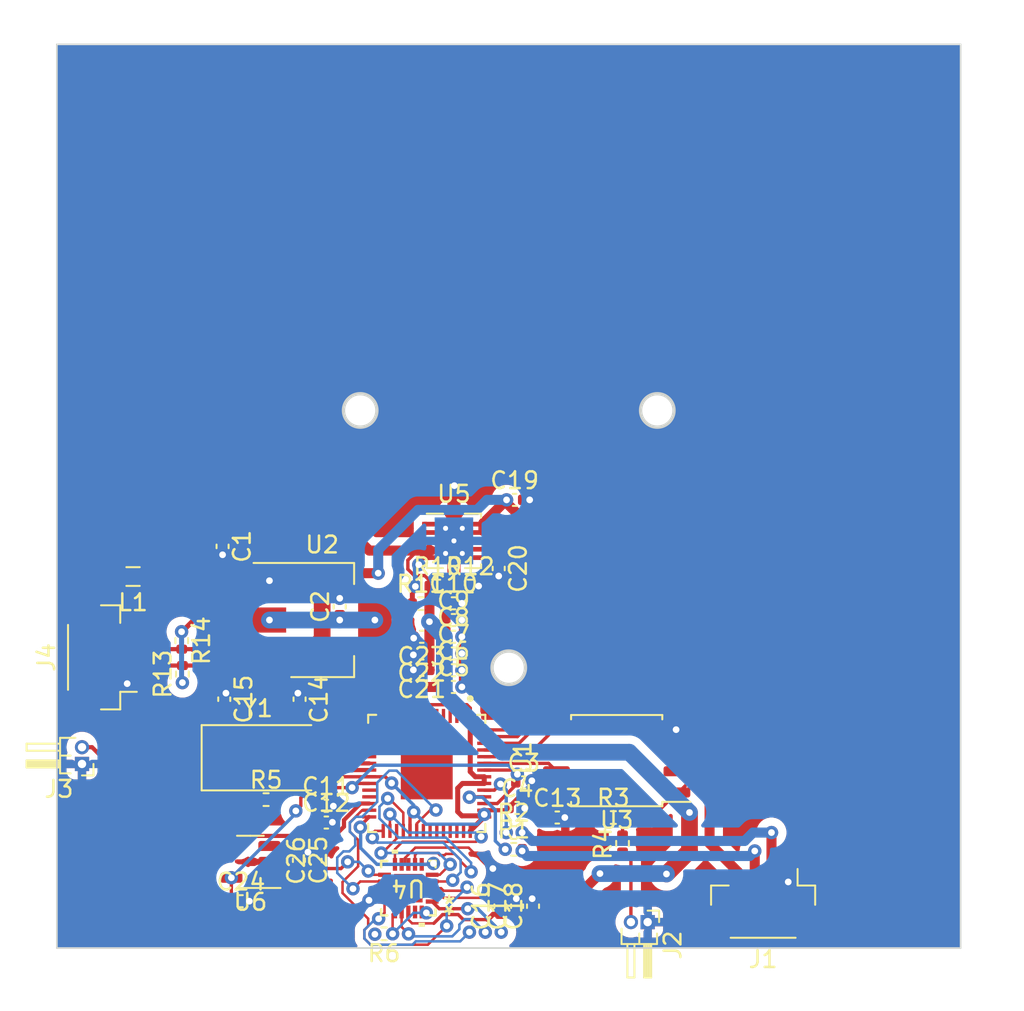
<source format=kicad_pcb>
(kicad_pcb (version 20221018) (generator pcbnew)
  (layers (0 "F.Cu" signal) (31 "B.Cu" signal) (34 "B.Paste" user) (35 "F.Paste" user) (36 "B.SilkS" user "B.Silkscreen") (37 "F.SilkS" user "F.Silkscreen") (38 "B.Mask" user) (39 "F.Mask" user) (44 "Edge.Cuts" user))
  (net 0 "")
  (net 1 "VBUS")
  (net 2 "GND")
  (net 3 "+3V3")
  (net 4 "+1V1")
  (net 5 "Net-(U1-XIN)")
  (net 6 "Net-(C15-Pad2)")
  (net 7 "+5V")
  (net 8 "Net-(U4-VCP)")
  (net 9 "D+")
  (net 10 "D-")
  (net 11 "Net-(J2-Pin_2)")
  (net 12 "Net-(J3-Pin_2)")
  (net 13 "I2C_SDA")
  (net 14 "Net-(U1-USB_DM)")
  (net 15 "Net-(U1-USB_DP)")
  (net 16 "/QSPI_SS")
  (net 17 "Net-(U1-XOUT)")
  (net 18 "Net-(U4-BRUV)")
  (net 19 "/QSPI_SD1")
  (net 20 "/QSPI_SD2")
  (net 21 "/QSPI_SD0")
  (net 22 "/QSPI_SCLK")
  (net 23 "/QSPI_SD3")
  (net 24 "Net-(U5-SS)")
  (net 25 "DRV_VIO")
  (net 26 "I2C_SCL")
  (net 27 "Net-(L1-Pad2)")
  (net 28 "Net-(U5-FB)")
  (net 29 "Net-(U5-PG)")
  (net 32 "DRV_STBY")
  (net 38 "/TMC_UH")
  (net 39 "/TMC_UL")
  (net 52 "/TMC_VH")
  (net 53 "/TMC_VL")
  (net 54 "/TMC_WH")
  (net 55 "/TMC_WL")
  (net 56 "/TMC_DIAG")
  (net 65 "BLDC_W")
  (net 67 "BLDC_U")
  (net 68 "BLDC_V")
  (footprint "Capacitor_SMD:C_0402_1005Metric" (layer "F.Cu") (at 78.7 74.4)
    (fp_text reference "C5")
    (fp_text value "100n")
  )
  (footprint "Connector_JST:JST_SH_BM04B-SRSS-TB_1x04-1MP_P1.00mm_Vertical" (layer "F.Cu") (at 97.2 87.375 180)
    (fp_text reference "J1")
    (fp_text value "JST-SH-4")
  )
  (footprint "Package_SON:Texas_S-PVSON-N10_ThermalVias" (layer "F.Cu") (at 78.725 65.67)
    (fp_text reference "U5")
    (fp_text value "TPS61230DRC")
  )
  (footprint "Capacitor_SMD:C_0402_1005Metric" (layer "F.Cu") (at 82.35 63.22)
    (fp_text reference "C19")
    (fp_text value "22uf")
  )
  (footprint "Inductor_SMD:L_0805_2012Metric" (layer "F.Cu") (at 59.55 67.8 180)
    (fp_text reference "L1")
    (fp_text value "1.0uH")
  )
  (footprint "Capacitor_SMD:C_0402_1005Metric" (layer "F.Cu") (at 83.45 87.5 90)
    (fp_text reference "C18")
    (fp_text value "22uf")
  )
  (footprint "Package_SO:SOIC-8_5.23x5.23mm_P1.27mm" (layer "F.Cu") (at 88.45 78.8 180)
    (fp_text reference "U3")
    (fp_text value "W25Q128JVS")
  )
  (footprint "Capacitor_SMD:C_0402_1005Metric" (layer "F.Cu") (at 78.7 70.4)
    (fp_text reference "C9")
    (fp_text value "100n")
  )
  (footprint "Connector_PinHeader_1.00mm:PinHeader_1x02_P1.00mm_Horizontal" (layer "F.Cu") (at 90.3 88.45 -90)
    (fp_text reference "J2")
    (fp_text value "USB_BOOT")
  )
  (footprint "Resistor_SMD:R_0402_1005Metric" (layer "F.Cu") (at 82.3 84.1)
    (fp_text reference "R1")
    (fp_text value "27.4")
  )
  (footprint "Resistor_SMD:R_0402_1005Metric" (layer "F.Cu") (at 67.5 81.13)
    (fp_text reference "R5")
    (fp_text value "1k")
  )
  (footprint "Capacitor_SMD:C_0402_1005Metric" (layer "F.Cu") (at 78.7 69.4)
    (fp_text reference "C10")
    (fp_text value "100n")
  )
  (footprint "Capacitor_SMD:C_0402_1005Metric" (layer "F.Cu") (at 82.9 80.1)
    (fp_text reference "C3")
    (fp_text value "1uf")
  )
  (footprint "Capacitor_SMD:C_0402_1005Metric" (layer "F.Cu") (at 84.9 82.2)
    (fp_text reference "C13")
    (fp_text value "C_Small")
  )
  (footprint "Capacitor_SMD:C_0402_1005Metric" (layer "F.Cu") (at 64.9 66 -90)
    (fp_text reference "C1")
    (fp_text value "10uf")
  )
  (footprint "Resistor_SMD:R_0402_1005Metric" (layer "F.Cu") (at 62.5 73.63 90)
    (fp_text reference "R13")
    (fp_text value "4.7k")
  )
  (footprint "footprints:QFN20_3x3_TRI" (layer "F.Cu") (at 76 86.4224 180)
    (fp_text reference "U4")
    (fp_text value "TMC6300")
  )
  (footprint "Package_TO_SOT_SMD:SOT-223-3_TabPin2" (layer "F.Cu") (at 70.85 70.4)
    (fp_text reference "U2")
    (fp_text value "NCP1117-3.3_SOT223")
  )
  (footprint "Capacitor_SMD:C_0402_1005Metric" (layer "F.Cu") (at 76.8 72.4 180)
    (fp_text reference "C22")
    (fp_text value "22uf")
  )
  (footprint "Resistor_SMD:R_0402_1005Metric" (layer "F.Cu") (at 77.75 68.37)
    (fp_text reference "R10")
    (fp_text value "402k")
  )
  (footprint "Resistor_SMD:R_0402_1005Metric" (layer "F.Cu") (at 62.46 71.63 -90)
    (fp_text reference "R14")
    (fp_text value "4.7k")
  )
  (footprint "Capacitor_SMD:C_0402_1005Metric" (layer "F.Cu") (at 76.8 73.38 180)
    (fp_text reference "C21")
    (fp_text value "22uf")
  )
  (footprint "Resistor_SMD:R_0402_1005Metric" (layer "F.Cu") (at 79.7 68.37)
    (fp_text reference "R12")
    (fp_text value "100k")
  )
  (footprint "Capacitor_SMD:C_0402_1005Metric" (layer "F.Cu") (at 71.9 69.6 90)
    (fp_text reference "C2")
    (fp_text value "10uf")
  )
  (footprint "Resistor_SMD:R_0402_1005Metric" (layer "F.Cu") (at 76.75 69.42)
    (fp_text reference "R11")
    (fp_text value "1M")
  )
  (footprint "Connector_JST:JST_SH_BM04B-SRSS-TB_1x04-1MP_P1.00mm_Vertical" (layer "F.Cu") (at 57.675 72.63 90)
    (fp_text reference "J4")
    (fp_text value "JST-SH-4")
  )
  (footprint "Capacitor_SMD:C_0402_1005Metric" (layer "F.Cu") (at 66 87.2)
    (fp_text reference "C24")
    (fp_text value "0.1uf")
  )
  (footprint "Capacitor_SMD:C_0402_1005Metric" (layer "F.Cu") (at 69.5 75.13 -90)
    (fp_text reference "C14")
    (fp_text value "27pf")
  )
  (footprint "Resistor_SMD:R_0402_1005Metric" (layer "F.Cu") (at 82.3 83.1)
    (fp_text reference "R2")
    (fp_text value "27.4")
  )
  (footprint "Capacitor_SMD:C_0402_1005Metric" (layer "F.Cu") (at 81.4 67.32 -90)
    (fp_text reference "C20")
    (fp_text value "10nf")
  )
  (footprint "Capacitor_SMD:C_0402_1005Metric" (layer "F.Cu") (at 78.7 71.4)
    (fp_text reference "C8")
    (fp_text value "100n")
  )
  (footprint "Resistor_SMD:R_0402_1005Metric" (layer "F.Cu") (at 88.8 83.75 90)
    (fp_text reference "R4")
    (fp_text value "1k")
  )
  (footprint "Capacitor_SMD:C_0402_1005Metric" (layer "F.Cu") (at 78.7 73.4)
    (fp_text reference "C6")
    (fp_text value "100n")
  )
  (footprint "Resistor_SMD:R_0402_1005Metric" (layer "F.Cu") (at 74.55 89.15 180)
    (fp_text reference "R6")
    (fp_text value "Rsense" hide)
  )
  (footprint "Capacitor_SMD:C_0402_1005Metric" (layer "F.Cu") (at 76.8 71.4 180)
    (fp_text reference "C23")
    (fp_text value "22uf")
  )
  (footprint "Capacitor_SMD:C_0402_1005Metric" (layer "F.Cu") (at 78.7 72.4)
    (fp_text reference "C7")
    (fp_text value "100n")
  )
  (footprint "Capacitor_SMD:C_0402_1005Metric" (layer "F.Cu") (at 65 75.13 -90)
    (fp_text reference "C15")
    (fp_text value "27pf")
  )
  (footprint "Crystal:Crystal_SMD_0603-2Pin_6.0x3.5mm" (layer "F.Cu") (at 67 78.63)
    (fp_text reference "Y1")
    (fp_text value "12MHz")
  )
  (footprint "Package_TO_SOT_SMD:SOT-23-5" (layer "F.Cu") (at 66.5625 84.85 180)
    (fp_text reference "U6")
    (fp_text value "TPS2041B")
  )
  (footprint "Connector_PinHeader_1.00mm:PinHeader_1x02_P1.00mm_Horizontal" (layer "F.Cu") (at 56.5 79 180)
    (fp_text reference "J3")
    (fp_text value "RST")
  )
  (footprint "Capacitor_SMD:C_0402_1005Metric" (layer "F.Cu") (at 82.5 87.5 90)
    (fp_text reference "C17")
    (fp_text value "0.1uf")
  )
  (footprint "RP2040D:QFN40P700X700X90-57N" (layer "F.Cu") (at 77.1 79.565 -90)
    (fp_text reference "U1")
    (fp_text value "RP2040")
  )
  (footprint "Capacitor_SMD:C_0402_1005Metric" (layer "F.Cu") (at 71.1 81.5)
    (fp_text reference "C11")
    (fp_text value "100n")
  )
  (footprint "Capacitor_SMD:C_0402_1005Metric" (layer "F.Cu") (at 82.5 81.63)
    (fp_text reference "C4")
    (fp_text value "1uf")
  )
  (footprint "Resistor_SMD:R_0402_1005Metric" (layer "F.Cu") (at 88.25 82.2)
    (fp_text reference "R3")
    (fp_text value "DNF")
  )
  (footprint "Capacitor_SMD:C_0402_1005Metric" (layer "F.Cu") (at 81.5 87.5 90)
    (fp_text reference "C16")
    (fp_text value "0.1uf")
  )
  (footprint "Capacitor_SMD:C_0402_1005Metric" (layer "F.Cu") (at 71.1 82.5)
    (fp_text reference "C12")
    (fp_text value "100n")
  )
  (footprint "Capacitor_SMD:C_0402_1005Metric" (layer "F.Cu") (at 69.4625 84.75 -90)
    (fp_text reference "C25")
    (fp_text value "0.1uf")
  )
  (footprint "Capacitor_SMD:C_0402_1005Metric" (layer "F.Cu") (at 70.4625 84.77 90)
    (fp_text reference "C26")
    (fp_text value "22uf")
  )
  (gr_line (start 109 36) (end 109 90) (stroke (width 0.1)) (layer "Edge.Cuts"))
  (gr_line (start 55 36) (end 109 36) (stroke (width 0.1)) (layer "Edge.Cuts"))
  (gr_circle (center 73.12324 57.875) (end 74.12324 57.875) (stroke (width 0.2)) (fill none) (layer "Edge.Cuts"))
  (gr_circle (center 82 73.25) (end 83 73.25) (stroke (width 0.2)) (fill none) (layer "Edge.Cuts"))
  (gr_circle (center 90.87676 57.875) (end 91.87676 57.875) (stroke (width 0.2)) (fill none) (layer "Edge.Cuts"))
  (gr_line (start 55 90) (end 55 36) (stroke (width 0.1)) (layer "Edge.Cuts"))
  (gr_line (start 109 90) (end 55 90) (stroke (width 0.1)) (layer "Edge.Cuts"))
  (segment (start 95.7 86.05) (end 95.7 85.45) (width 0.6) (layer "F.Cu") (net 1))
  (segment (start 92.888477 75.095) (end 84.995 75.095) (width 0.6) (layer "F.Cu") (net 1))
  (segment (start 81.87 63.404386) (end 81.87 63.22) (width 0.6) (layer "F.Cu") (net 1))
  (segment (start 80.485 64.67) (end 80.485 64.92) (width 0.3) (layer "F.Cu") (net 1))
  (segment (start 84.995 75.095) (end 84.3 74.4) (width 0.6) (layer "F.Cu") (net 1))
  (segment (start 72.85 67.6) (end 74.2 67.6) (width 0.6) (layer "F.Cu") (net 1))
  (segment (start 80.485 64.605) (end 80.485 65.08) (width 0.6) (layer "F.Cu") (net 1))
  (segment (start 94 76.206524) (end 92.888477 75.095) (width 0.6) (layer "F.Cu") (net 1))
  (segment (start 69.7 72.7) (end 70.85 71.55) (width 1) (layer "F.Cu") (net 1))
  (segment (start 81.87 63.22) (end 80.485 64.605) (width 0.6) (layer "F.Cu") (net 1))
  (segment (start 84.3 74.4) (end 84.3 65.834386) (width 0.6) (layer "F.Cu") (net 1))
  (segment (start 84.3 65.834386) (end 81.87 63.404386) (width 0.6) (layer "F.Cu") (net 1))
  (segment (start 95.7 85.45) (end 94 83.75) (width 0.6) (layer "F.Cu") (net 1))
  (segment (start 70.85 68.2) (end 68.1 65.45) (width 1) (layer "F.Cu") (net 1))
  (segment (start 59 71.13) (end 59 69.55) (width 0.3) (layer "F.Cu") (net 1))
  (segment (start 70.85 71.55) (end 70.85 68.2) (width 1) (layer "F.Cu") (net 1))
  (segment (start 72.25 68.2) (end 72.85 67.6) (width 0.6) (layer "F.Cu") (net 1))
  (segment (start 80.485 64.92) (end 80.485 65.17) (width 0.3) (layer "F.Cu") (net 1))
  (segment (start 59 69.55) (end 60.95 67.6) (width 0.3) (layer "F.Cu") (net 1))
  (segment (start 68.1 65.45) (end 63.1 65.45) (width 1) (layer "F.Cu") (net 1))
  (segment (start 67.7 72.7) (end 69.7 72.7) (width 1) (layer "F.Cu") (net 1))
  (segment (start 70.85 68.2) (end 72.25 68.2) (width 0.6) (layer "F.Cu") (net 1))
  (segment (start 94 83.75) (end 94 76.206524) (width 0.6) (layer "F.Cu") (net 1))
  (segment (start 63.1 65.45) (end 60.95 67.6) (width 1) (layer "F.Cu") (net 1))
  (via (at 81.87 63.22) (size 0.8) (drill 0.4) (layers "F.Cu" "B.Cu") (net 1))
  (via (at 74.2 67.6) (size 0.8) (drill 0.4) (layers "F.Cu" "B.Cu") (net 1))
  (segment (start 81.87 63.22) (end 80.702082 63.22) (width 0.6) (layer "B.Cu") (net 1))
  (segment (start 80.702082 63.22) (end 80.102082 63.82) (width 0.6) (layer "B.Cu") (net 1))
  (segment (start 74.2 66.2) (end 74.2 67.6) (width 0.6) (layer "B.Cu") (net 1))
  (segment (start 80.102082 63.82) (end 76.58 63.82) (width 0.6) (layer "B.Cu") (net 1))
  (segment (start 76.58 63.82) (end 74.2 66.2) (width 0.6) (layer "B.Cu") (net 1))
  (segment (start 80.85 85.25) (end 79.6 84) (width 0.15) (layer "F.Cu") (net 2))
  (segment (start 81.05 85.25) (end 80.85 85.25) (width 0.15) (layer "F.Cu") (net 2))
  (segment (start 69.5 74.65) (end 69.5 74.6695) (width 0.3) (layer "F.Cu") (net 2))
  (segment (start 79.6 84) (end 76.417737 84) (width 0.15) (layer "F.Cu") (net 2))
  (segment (start 80.21 68.37) (end 80.2 68.37) (width 0.2) (layer "F.Cu") (net 2))
  (segment (start 78.475 64.04) (end 78.975 64.04) (width 0.6) (layer "F.Cu") (net 2))
  (segment (start 85.38 82.25) (end 85.35 82.25) (width 0.2) (layer "F.Cu") (net 2))
  (segment (start 81.4 67.8) (end 81.4 67.77) (width 0.2) (layer "F.Cu") (net 2))
  (segment (start 67.7 68.1) (end 67.7 68.05) (width 1) (layer "F.Cu") (net 2))
  (segment (start 71.9 69.12) (end 71.9 69.1) (width 0.25) (layer "F.Cu") (net 2))
  (segment (start 92.05 76.895) (end 92.05 76.9) (width 0.2) (layer "F.Cu") (net 2))
  (segment (start 76.417737 84) (end 75.8 84.617737) (width 0.15) (layer "F.Cu") (net 2))
  (segment (start 73.647098 87.144729) (end 73.969428 86.822399) (width 0.15) (layer "F.Cu") (net 2))
  (segment (start 71.538534 81.5) (end 71.519267 81.519267) (width 0.2) (layer "F.Cu") (net 2))
  (segment (start 65 74.6695) (end 65.1 74.7695) (width 0.3) (layer "F.Cu") (net 2))
  (segment (start 65 74.65) (end 65 74.6695) (width 0.3) (layer "F.Cu") (net 2))
  (segment (start 59 74.13) (end 59.13 74.13) (width 0.15) (layer "F.Cu") (net 2))
  (segment (start 78.75 63.765) (end 78.475 64.04) (width 0.6) (layer "F.Cu") (net 2))
  (segment (start 92.05 76.9) (end 92 76.95) (width 0.2) (layer "F.Cu") (net 2))
  (segment (start 67.7 84.85) (end 68.8825 84.85) (width 0.3) (layer "F.Cu") (net 2))
  (segment (start 78.75 62.37) (end 78.75 63.765) (width 0.6) (layer "F.Cu") (net 2))
  (segment (start 73.969428 86.822399) (end 74.5776 86.822399) (width 0.15) (layer "F.Cu") (net 2))
  (segment (start 82.97 81.63) (end 82.95 81.65) (width 0.2) (layer "F.Cu") (net 2))
  (segment (start 69.5 74.6695) (end 69.4 74.7695) (width 0.3) (layer "F.Cu") (net 2))
  (segment (start 59.13 74.13) (end 59.2 74.2) (width 0.15) (layer "F.Cu") (net 2))
  (segment (start 83.43 87.02) (end 83.4 87.05) (width 0.15) (layer "F.Cu") (net 2))
  (segment (start 75.8 85) (end 76 85) (width 0.15) (layer "F.Cu") (net 2))
  (segment (start 82.5 87.02) (end 82.48 87.02) (width 0.15) (layer "F.Cu") (net 2))
  (segment (start 83.45 87.02) (end 83.43 87.02) (width 0.15) (layer "F.Cu") (net 2))
  (segment (start 75.8 84.617737) (end 75.8 85) (width 0.15) (layer "F.Cu") (net 2))
  (segment (start 70.4425 84.27) (end 70 84.27) (width 0.3) (layer "F.Cu") (net 2))
  (segment (start 71.58 82.5) (end 71.479584 82.5) (width 0.2) (layer "F.Cu") (net 2))
  (segment (start 64.9 66.48) (end 64.9 66.5) (width 0.25) (layer "F.Cu") (net 2))
  (segment (start 74.04 89.15) (end 74.0255 89.15) (width 0.15) (layer "F.Cu") (net 2))
  (segment (start 82.98 81.63) (end 82.97 81.63) (width 0.2) (layer "F.Cu") (net 2))
  (segment (start 71.479584 82.5) (end 71.462848 82.483264) (width 0.2) (layer "F.Cu") (net 2))
  (segment (start 69.4625 84.27) (end 70 84.27) (width 0.3) (layer "F.Cu") (net 2))
  (segment (start 74.0255 89.15) (end 74 89.1755) (width 0.15) (layer "F.Cu") (net 2))
  (segment (start 82.48 87.02) (end 82.45 87.05) (width 0.15) (layer "F.Cu") (net 2))
  (segment (start 68.8825 84.85) (end 69.4625 84.27) (width 0.3) (layer "F.Cu") (net 2))
  (segment (start 83.38 80.0055) (end 83.38 80.1) (width 0.2) (layer "F.Cu") (net 2))
  (segment (start 83.25 63.22) (end 82.95 63.22) (width 0.6) (layer "F.Cu") (net 2))
  (segment (start 71.58 81.5) (end 71.538534 81.5) (width 0.2) (layer "F.Cu") (net 2))
  (segment (start 66.48 87.2) (end 66.5 87.2) (width 0.2) (layer "F.Cu") (net 2))
  (segment (start 70.4625 84.29) (end 70.4425 84.27) (width 0.3) (layer "F.Cu") (net 2))
  (segment (start 75.600001 85) (end 75.8 85) (width 0.15) (layer "F.Cu") (net 2))
  (via (at 65.1 74.7695) (size 0.8) (drill 0.4) (layers "F.Cu" "B.Cu") (net 2))
  (via (at 98.7 86.05) (size 0.8) (drill 0.4) (layers "F.Cu" "B.Cu") (net 2))
  (via (at 71.462848 82.483264) (size 0.8) (drill 0.4) (layers "F.Cu" "B.Cu") (net 2))
  (via (at 64.9 66.5) (size 0.8) (drill 0.4) (layers "F.Cu" "B.Cu") (net 2))
  (via (at 79.2 71.4) (size 0.8) (drill 0.4) (layers "F.Cu" "B.Cu") (net 2))
  (via (at 76.3 72.48) (size 0.8) (drill 0.4) (layers "F.Cu" "B.Cu") (net 2))
  (via (at 71.9 69.1) (size 0.8) (drill 0.4) (layers "F.Cu" "B.Cu") (net 2))
  (via (at 82.95 81.65) (size 0.8) (drill 0.4) (layers "F.Cu" "B.Cu") (net 2))
  (via (at 70 84.27) (size 0.8) (drill 0.4) (layers "F.Cu" "B.Cu") (net 2))
  (via (at 79.2 69.4) (size 0.8) (drill 0.4) (layers "F.Cu" "B.Cu") (net 2))
  (via (at 79.2 72.4) (size 0.8) (drill 0.4) (layers "F.Cu" "B.Cu") (net 2))
  (via (at 79.2 73.4) (size 0.8) (drill 0.4) (layers "F.Cu" "B.Cu") (net 2))
  (via (at 73.647098 87.144729) (size 0.8) (drill 0.4) (layers "F.Cu" "B.Cu") (net 2))
  (via (at 85.35 82.2) (size 0.8) (drill 0.4) (layers "F.Cu" "B.Cu") (net 2))
  (via (at 79.2 74.4) (size 0.8) (drill 0.4) (layers "F.Cu" "B.Cu") (net 2))
  (via (at 76.32 71.48) (size 0.8) (drill 0.4) (layers "F.Cu" "B.Cu") (net 2))
  (via (at 78.75 62.37) (size 0.8) (drill 0.4) (layers "F.Cu" "B.Cu") (net 2))
  (via (at 83.38 80.0055) (size 0.8) (drill 0.4) (layers "F.Cu" "B.Cu") (net 2))
  (via (at 74 89.1755) (size 0.8) (drill 0.4) (layers "F.Cu" "B.Cu") (net 2))
  (via (at 79.2 70.4) (size 0.8) (drill 0.4) (layers "F.Cu" "B.Cu") (net 2))
  (via (at 71.519267 81.519267) (size 0.8) (drill 0.4) (layers "F.Cu" "B.Cu") (net 2))
  (via (at 82.45 87.05) (size 0.8) (drill 0.4) (layers "F.Cu" "B.Cu") (net 2))
  (via (at 83.25 63.22) (size 0.8) (drill 0.4) (layers "F.Cu" "B.Cu") (net 2))
  (via (at 67.7 68.05) (size 0.8) (drill 0.4) (layers "F.Cu" "B.Cu") (net 2))
  (via (at 59.2 74.2) (size 0.8) (drill 0.4) (layers "F.Cu" "B.Cu") (net 2))
  (via (at 92 76.95) (size 0.8) (drill 0.4) (layers "F.Cu" "B.Cu") (net 2))
  (via (at 81.4 67.77) (size 0.8) (drill 0.4) (layers "F.Cu" "B.Cu") (net 2))
  (via (at 81.05 85.25) (size 0.8) (drill 0.4) (layers "F.Cu" "B.Cu") (net 2))
  (via (at 66.5 87.2) (size 0.8) (drill 0.4) (layers "F.Cu" "B.Cu") (net 2))
  (via (at 76.3 73.38) (size 0.8) (drill 0.4) (layers "F.Cu" "B.Cu") (net 2))
  (via (at 83.4 87.05) (size 0.8) (drill 0.4) (layers "F.Cu" "B.Cu") (net 2))
  (via (at 69.4 74.7695) (size 0.8) (drill 0.4) (layers "F.Cu" "B.Cu") (net 2))
  (via (at 80.2 68.37) (size 0.8) (drill 0.4) (layers "F.Cu" "B.Cu") (net 2))
  (segment (start 80.002452 79.765) (end 80.535 79.765) (width 0.3) (layer "F.Cu") (net 3))
  (segment (start 86.245 80.705) (end 87.74 82.2) (width 0.2) (layer "F.Cu") (net 3))
  (segment (start 81.885 81.765) (end 80.535 81.765) (width 0.25) (layer "F.Cu") (net 3))
  (segment (start 67.7 70.4) (end 63.18 70.4) (width 0.3) (layer "F.Cu") (net 3))
  (segment (start 80.2 82.1) (end 80.535 81.765) (width 0.3) (layer "F.Cu") (net 3))
  (segment (start 82.02 81.59005) (end 82.90505 80.705) (width 0.3) (layer "F.Cu") (net 3))
  (segment (start 63.18 70.4) (end 62.46 71.12) (width 0.3) (layer "F.Cu") (net 3))
  (segment (start 69.925 80.675) (end 70.43533 80.675) (width 0.2) (layer "F.Cu") (net 3))
  (segment (start 76.1 76.13) (end 76.1 75.659961) (width 0.2) (layer "F.Cu") (net 3))
  (segment (start 79.2 82.1) (end 80.2 82.1) (width 0.3) (layer "F.Cu") (net 3))
  (segment (start 76.299961 75.46) (end 79.500039 75.46) (width 0.2) (layer "F.Cu") (net 3))
  (segment (start 71.9 70.08) (end 71.9 70.4) (width 0.25) (layer "F.Cu") (net 3))
  (segment (start 65.425 85.8) (end 65.425 87.105) (width 0.2) (layer "F.Cu") (net 3))
  (segment (start 78.22 69.4) (end 78.22 75.2) (width 0.6) (layer "F.Cu") (net 3))
  (segment (start 80.535 82.165) (end 80.535 81.765) (width 0.3) (layer "F.Cu") (net 3))
  (segment (start 79.7 75.659961) (end 79.7 76.13) (width 0.2) (layer "F.Cu") (net 3))
  (segment (start 82.02 81.63) (end 82.02 81.59005) (width 0.3) (layer "F.Cu") (net 3))
  (segment (start 65.425 87.105) (end 65.52 87.2) (width 0.2) (layer "F.Cu") (net 3))
  (segment (start 79.7 79.462548) (end 80.002452 79.765) (width 0.3) (layer "F.Cu") (net 3))
  (segment (start 79.7 76.13) (end 79.7 79.462548) (width 0.3) (layer "F.Cu") (net 3))
  (segment (start 84.42 82.25) (end 84.42 81.475) (width 0.2) (layer "F.Cu") (net 3))
  (segment (start 62.46 71.12) (end 62.46 71.11) (width 0.3) (layer "F.Cu") (net 3))
  (segment (start 82.90505 80.705) (end 83.65 80.705) (width 0.3) (layer "F.Cu") (net 3))
  (segment (start 74.625118 79.765) (end 73.665 79.765) (width 0.2) (layer "F.Cu") (net 3))
  (segment (start 75.5 74.4) (end 74 72.9) (width 0.6) (layer "F.Cu") (net 3))
  (segment (start 70.875 79.925) (end 71.035 79.765) (width 0.2) (layer "F.Cu") (net 3))
  (segment (start 83.65 80.705) (end 84.85 80.705) (width 0.3) (layer "F.Cu") (net 3))
  (segment (start 69.576181 81.505) (end 69.576181 81.023819) (width 0.2) (layer "F.Cu") (net 3))
  (segment (start 78.95 80.45) (end 78.95 81.85) (width 0.3) (layer "F.Cu") (net 3))
  (segment (start 70.43533 80.675) (end 70.875 80.23533) (width 0.2) (layer "F.Cu") (net 3))
  (segment (start 78.22 74.4) (end 75.5 74.4) (width 0.6) (layer "F.Cu") (net 3))
  (segment (start 78.95 81.85) (end 79.2 82.1) (width 0.3) (layer "F.Cu") (net 3))
  (segment (start 74 72.9) (end 74 70.4) (width 0.6) (layer "F.Cu") (net 3))
  (segment (start 80.535 80.165) (end 79.235 80.165) (width 0.3) (layer "F.Cu") (net 3))
  (segment (start 69.576181 81.023819) (end 69.925 80.675) (width 0.2) (layer "F.Cu") (net 3))
  (segment (start 84.42 81.475) (end 83.65 80.705) (width 0.2) (layer "F.Cu") (net 3))
  (segment (start 71.035 79.765) (end 73.665 79.765) (width 0.2) (layer "F.Cu") (net 3))
  (segment (start 69.276681 81.8045) (end 69.576181 81.505) (width 0.2) (layer "F.Cu") (net 3))
  (segment (start 75.000498 80.14038) (end 74.625118 79.765) (width 0.2) (layer "F.Cu") (net 3))
  (segment (start 79.500039 75.46) (end 79.7 75.659961) (width 0.2) (layer "F.Cu") (net 3))
  (segment (start 76.1 83) (end 76.1 82.08261) (width 0.2) (layer "F.Cu") (net 3))
  (segment (start 80.535 80.165) (end 80.535 79.765) (width 0.3) (layer "F.Cu") (net 3))
  (segment (start 84.85 80.705) (end 86.245 80.705) (width 0.2) (layer "F.Cu") (net 3))
  (segment (start 79.7 83) (end 80.535 82.165) (width 0.3) (layer "F.Cu") (net 3))
  (segment (start 70.875 80.23533) (end 70.875 79.925) (width 0.2) (layer "F.Cu") (net 3))
  (segment (start 76.1 75.659961) (end 76.299961 75.46) (width 0.2) (layer "F.Cu") (net 3))
  (segment (start 62.46 71.11) (end 62.45 71.1) (width 0.3) (layer "F.Cu") (net 3))
  (segment (start 82.02 81.63) (end 81.885 81.765) (width 0.25) (layer "F.Cu") (net 3))
  (segment (start 76.1 82.08261) (end 76.322027 81.860583) (width 0.2) (layer "F.Cu") (net 3))
  (segment (start 79.235 80.165) (end 78.95 80.45) (width 0.3) (layer "F.Cu") (net 3))
  (via (at 71.9 70.4) (size 0.8) (drill 0.4) (layers "F.Cu" "B.Cu") (net 3))
  (via (at 74 70.4) (size 0.8) (drill 0.4) (layers "F.Cu" "B.Cu") (net 3))
  (via (at 69.276681 81.8045) (size 0.8) (drill 0.4) (layers "F.Cu" "B.Cu") (net 3))
  (via (at 62.45 71.1) (size 0.8) (drill 0.4) (layers "F.Cu" "B.Cu") (net 3))
  (via (at 62.5 74.14) (size 0.8) (drill 0.4) (layers "F.Cu" "B.Cu") (net 3))
  (via (at 65.425 85.8) (size 0.8) (drill 0.4) (layers "F.Cu" "B.Cu") (net 3))
  (via (at 67.7 70.4) (size 0.8) (drill 0.4) (layers "F.Cu" "B.Cu") (net 3))
  (via (at 75.000498 80.14038) (size 0.8) (drill 0.4) (layers "F.Cu" "B.Cu") (net 3))
  (via (at 80.535 82.0145) (size 0.8) (drill 0.4) (layers "F.Cu" "B.Cu") (net 3))
  (via (at 76.322027 81.860583) (size 0.8) (drill 0.4) (layers "F.Cu" "B.Cu") (net 3))
  (segment (start 69.276681 81.948319) (end 65.425 85.8) (width 0.2) (layer "B.Cu") (net 3))
  (segment (start 62.45 74.09) (end 62.5 74.14) (width 0.3) (layer "B.Cu") (net 3))
  (segment (start 67.7 70.4) (end 71.9 70.4) (width 1) (layer "B.Cu") (net 3))
  (segment (start 62.45 71.1) (end 62.45 74.09) (width 0.3) (layer "B.Cu") (net 3))
  (segment (start 80.535 82.165) (end 80.535 82.0145) (width 0.2) (layer "B.Cu") (net 3))
  (segment (start 71.9 70.4) (end 74 70.4) (width 1) (layer "B.Cu") (net 3))
  (segment (start 77.061444 82.6) (end 80.1 82.6) (width 0.2) (layer "B.Cu") (net 3))
  (segment (start 80.1 82.6) (end 80.535 82.165) (width 0.2) (layer "B.Cu") (net 3))
  (segment (start 76.322027 81.860583) (end 76.322027 81.461909) (width 0.2) (layer "B.Cu") (net 3))
  (segment (start 69.276681 81.8045) (end 69.276681 81.948319) (width 0.2) (layer "B.Cu") (net 3))
  (segment (start 76.322027 81.860583) (end 77.061444 82.6) (width 0.2) (layer "B.Cu") (net 3))
  (segment (start 76.322027 81.461909) (end 75.000498 80.14038) (width 0.2) (layer "B.Cu") (net 3))
  (segment (start 70.62 81.5) (end 70.62 82.5) (width 0.2) (layer "F.Cu") (net 4))
  (segment (start 72.640573 80.4145) (end 71.7055 80.4145) (width 0.2) (layer "F.Cu") (net 4))
  (segment (start 80.535 81.365) (end 81.315 81.365) (width 0.2) (layer "F.Cu") (net 4))
  (segment (start 72.890073 80.165) (end 73.665 80.165) (width 0.2) (layer "F.Cu") (net 4))
  (segment (start 81.315 81.365) (end 82.42 80.26) (width 0.2) (layer "F.Cu") (net 4))
  (segment (start 72.640573 80.4145) (end 72.890073 80.165) (width 0.2) (layer "F.Cu") (net 4))
  (segment (start 82.515226 79.6145) (end 82.265726 79.365) (width 0.2) (layer "F.Cu") (net 4))
  (segment (start 71.7055 80.4145) (end 70.62 81.5) (width 0.2) (layer "F.Cu") (net 4))
  (segment (start 82.265726 79.365) (end 80.535 79.365) (width 0.2) (layer "F.Cu") (net 4))
  (segment (start 82.42 80.26) (end 82.42 80.1) (width 0.2) (layer "F.Cu") (net 4))
  (via (at 72.640573 80.4145) (size 0.8) (drill 0.4) (layers "F.Cu" "B.Cu") (net 4))
  (via (at 82.515226 79.6145) (size 0.8) (drill 0.4) (layers "F.Cu" "B.Cu") (net 4))
  (segment (start 81.975726 79.075) (end 73.980073 79.075) (width 0.2) (layer "B.Cu") (net 4))
  (segment (start 82.515226 79.6145) (end 81.975726 79.075) (width 0.2) (layer "B.Cu") (net 4))
  (segment (start 73.980073 79.075) (end 72.640573 80.4145) (width 0.2) (layer "B.Cu") (net 4))
  (segment (start 69.5 75.61) (end 69.2 75.91) (width 0.25) (layer "F.Cu") (net 5))
  (segment (start 69.2 75.91) (end 69.2 78.63) (width 0.25) (layer "F.Cu") (net 5))
  (segment (start 69.2 78.63) (end 69.535 78.965) (width 0.25) (layer "F.Cu") (net 5))
  (segment (start 69.535 78.965) (end 73.665 78.965) (width 0.25) (layer "F.Cu") (net 5))
  (segment (start 64.8 78.63) (end 64.8 78.94) (width 0.25) (layer "F.Cu") (net 6))
  (segment (start 64.8 78.94) (end 66.99 81.13) (width 0.25) (layer "F.Cu") (net 6))
  (segment (start 64.8 78.63) (end 64.8 79.44) (width 0.25) (layer "F.Cu") (net 6))
  (segment (start 64.8 75.81) (end 64.8 78.63) (width 0.25) (layer "F.Cu") (net 6))
  (segment (start 65 75.61) (end 64.8 75.81) (width 0.25) (layer "F.Cu") (net 6))
  (segment (start 76 87.8448) (end 76 88.3) (width 0.15) (layer "F.Cu") (net 7))
  (segment (start 87.45 85.55) (end 85.02 87.98) (width 0.6) (layer "F.Cu") (net 7))
  (segment (start 77.24 68.37) (end 77.24 69.4) (width 0.3) (layer "F.Cu") (net 7))
  (segment (start 79.280761 88.3) (end 80.75 88.3) (width 0.2) (layer "F.Cu") (net 7))
  (segment (start 77.523903 88.523903) (end 78.047806 88) (width 0.2) (layer "F.Cu") (net 7))
  (segment (start 76.223903 88.523903) (end 77.523903 88.523903) (width 0.15) (layer "F.Cu") (net 7))
  (segment (start 81.07 87.98) (end 80.75 88.3) (width 0.3) (layer "F.Cu") (net 7))
  (segment (start 77.26 69.42) (end 77.2705 69.4095) (width 0.6) (layer "F.Cu") (net 7))
  (segment (start 81.5 87.98) (end 81.07 87.98) (width 0.3) (layer "F.Cu") (net 7))
  (segment (start 76 88.3) (end 76.223903 88.523903) (width 0.15) (layer "F.Cu") (net 7))
  (segment (start 76.352527 67.741766) (end 76.971766 67.741766) (width 0.2) (layer "F.Cu") (net 7))
  (segment (start 76.971766 67.741766) (end 77.24 68.01) (width 0.2) (layer "F.Cu") (net 7))
  (segment (start 78.047806 88) (end 78.980761 88) (width 0.2) (layer "F.Cu") (net 7))
  (segment (start 76.625 66.17) (end 75.971766 66.823234) (width 0.2) (layer "F.Cu") (net 7))
  (segment (start 77.26 73.36) (end 77.28 73.38) (width 0.6) (layer "F.Cu") (net 7))
  (segment (start 82.5 87.98) (end 81.5 87.98) (width 0.3) (layer "F.Cu") (net 7))
  (segment (start 81.42 87.9) (end 81.5 87.98) (width 0.15) (layer "F.Cu") (net 7))
  (segment (start 77.25 66.17) (end 76.625 66.17) (width 0.2) (layer "F.Cu") (net 7))
  (segment (start 83.45 87.98) (end 82.5 87.98) (width 0.3) (layer "F.Cu") (net 7))
  (segment (start 77.24 69.4) (end 77.26 69.42) (width 0.3) (layer "F.Cu") (net 7))
  (segment (start 78.980761 88) (end 79.280761 88.3) (width 0.2) (layer "F.Cu") (net 7))
  (segment (start 77.25 66.17) (end 77.25 65.68) (width 0.3) (layer "F.Cu") (net 7))
  (segment (start 75.971766 66.823234) (end 75.971766 67.361005) (width 0.2) (layer "F.Cu") (net 7))
  (segment (start 77.24 68.01) (end 77.24 68.37) (width 0.2) (layer "F.Cu") (net 7))
  (segment (start 85.02 87.98) (end 83.45 87.98) (width 0.6) (layer "F.Cu") (net 7))
  (segment (start 77.26 69.42) (end 77.26 73.36) (width 0.6) (layer "F.Cu") (net 7))
  (segment (start 91.425 85.575) (end 92.8 84.2) (width 1) (layer "F.Cu") (net 7))
  (segment (start 92.8 84.2) (end 92.8 81.9) (width 1) (layer "F.Cu") (net 7))
  (segment (start 77.2705 69.4095) (end 77.2705 68.37) (width 0.6) (layer "F.Cu") (net 7))
  (segment (start 75.971766 67.361005) (end 76.352527 67.741766) (width 0.2) (layer "F.Cu") (net 7))
  (via (at 77.26 70.5) (size 0.8) (drill 0.4) (layers "F.Cu" "B.Cu") (net 7))
  (via (at 92.8 81.9) (size 0.8) (drill 0.4) (layers "F.Cu" "B.Cu") (net 7))
  (via (at 91.425 85.575) (size 0.8) (drill 0.4) (layers "F.Cu" "B.Cu") (net 7))
  (via (at 87.45 85.55) (size 0.8) (drill 0.4) (layers "F.Cu" "B.Cu") (net 7))
  (segment (start 78.15 74.834925) (end 81.615075 78.3) (width 1) (layer "B.Cu") (net 7))
  (segment (start 77.26 70.5) (end 78.15 71.39) (width 1) (layer "B.Cu") (net 7))
  (segment (start 91.4 85.55) (end 91.425 85.575) (width 1) (layer "B.Cu") (net 7))
  (segment (start 81.615075 78.3) (end 89.2 78.3) (width 1) (layer "B.Cu") (net 7))
  (segment (start 87.45 85.55) (end 91.4 85.55) (width 1) (layer "B.Cu") (net 7))
  (segment (start 78.15 71.39) (end 78.15 74.834925) (width 1) (layer "B.Cu") (net 7))
  (segment (start 89.2 78.3) (end 92.8 81.9) (width 1) (layer "B.Cu") (net 7))
  (segment (start 78.106736 87) (end 81.48 87) (width 0.15) (layer "F.Cu") (net 8))
  (segment (start 81.48 87) (end 81.5 87.02) (width 0.15) (layer "F.Cu") (net 8))
  (segment (start 77.4224 86.822399) (end 77.929135 86.822399) (width 0.15) (layer "F.Cu") (net 8))
  (segment (start 77.929135 86.822399) (end 78.106736 87) (width 0.15) (layer "F.Cu") (net 8))
  (segment (start 82.81 83.1) (end 82.8 83.1) (width 0.6) (layer "F.Cu") (net 9))
  (segment (start 97.7 83.1) (end 97.7 85.95) (width 0.6) (layer "F.Cu") (net 9))
  (via (at 82.8 83.1) (size 0.8) (drill 0.4) (layers "F.Cu" "B.Cu") (net 9))
  (via (at 97.7 83.1) (size 0.8) (drill 0.4) (layers "F.Cu" "B.Cu") (net 9))
  (segment (start 82.8 83.1) (end 82.902082 83.1) (width 0.6) (layer "B.Cu") (net 9))
  (segment (start 96.097918 83.6) (end 96.597918 83.1) (width 0.6) (layer "B.Cu") (net 9))
  (segment (start 82.902082 83.1) (end 83.402082 83.6) (width 0.6) (layer "B.Cu") (net 9))
  (segment (start 83.402082 83.6) (end 96.097918 83.6) (width 0.6) (layer "B.Cu") (net 9))
  (segment (start 96.597918 83.1) (end 97.8 83.1) (width 0.6) (layer "B.Cu") (net 9))
  (segment (start 96.7 84.2) (end 96.7 86.05) (width 0.6) (layer "F.Cu") (net 10))
  (segment (start 82.81 84.19) (end 82.8 84.2) (width 0.6) (layer "F.Cu") (net 10))
  (segment (start 82.81 84.1) (end 82.81 84.19) (width 0.6) (layer "F.Cu") (net 10))
  (via (at 96.7 84.2) (size 0.8) (drill 0.4) (layers "F.Cu" "B.Cu") (net 10))
  (via (at 82.8 84.2) (size 0.8) (drill 0.4) (layers "F.Cu" "B.Cu") (net 10))
  (segment (start 83.1 84.5) (end 96.4 84.5) (width 0.6) (layer "B.Cu") (net 10))
  (segment (start 82.8 84.2) (end 83.1 84.5) (width 0.6) (layer "B.Cu") (net 10))
  (segment (start 96.4 84.5) (end 96.7 84.2) (width 0.6) (layer "B.Cu") (net 10))
  (segment (start 88.8 84.26) (end 89.3 84.76) (width 0.2) (layer "F.Cu") (net 11))
  (segment (start 89.3 84.76) (end 89.3 88.45) (width 0.2) (layer "F.Cu") (net 11))
  (segment (start 71.6 83.3) (end 62.40104 83.3) (width 0.25) (layer "F.Cu") (net 12))
  (segment (start 57.10104 78) (end 56.5 78) (width 0.25) (layer "F.Cu") (net 12))
  (segment (start 73.665 81.365) (end 73.143544 81.365) (width 0.25) (layer "F.Cu") (net 12))
  (segment (start 72.154084 82.745916) (end 71.6 83.3) (width 0.25) (layer "F.Cu") (net 12))
  (segment (start 73.143544 81.365) (end 72.154084 82.35446) (width 0.25) (layer "F.Cu") (net 12))
  (segment (start 72.154084 82.35446) (end 72.154084 82.745916) (width 0.25) (layer "F.Cu") (net 12))
  (segment (start 62.40104 83.3) (end 57.10104 78) (width 0.25) (layer "F.Cu") (net 12))
  (segment (start 63.075686 72.14) (end 62.46 72.14) (width 0.25) (layer "F.Cu") (net 13))
  (segment (start 72.300686 77.365) (end 70.9 75.964314) (width 0.25) (layer "F.Cu") (net 13))
  (segment (start 62.46 72.14) (end 59.01 72.14) (width 0.25) (layer "F.Cu") (net 13))
  (segment (start 70.007584 73.695) (end 64.630686 73.695) (width 0.25) (layer "F.Cu") (net 13))
  (segment (start 73.665 77.365) (end 72.300686 77.365) (width 0.25) (layer "F.Cu") (net 13))
  (segment (start 59.01 72.14) (end 59 72.13) (width 0.25) (layer "F.Cu") (net 13))
  (segment (start 70.9 74.587415) (end 70.007584 73.695) (width 0.25) (layer "F.Cu") (net 13))
  (segment (start 64.630686 73.695) (end 63.075686 72.14) (width 0.25) (layer "F.Cu") (net 13))
  (segment (start 70.9 75.964314) (end 70.9 74.587415) (width 0.25) (layer "F.Cu") (net 13))
  (segment (start 79.672103 80.965) (end 79.649032 80.988071) (width 0.2) (layer "F.Cu") (net 14))
  (segment (start 80.535 80.965) (end 79.672103 80.965) (width 0.2) (layer "F.Cu") (net 14))
  (via (at 79.649032 80.988071) (size 0.8) (drill 0.4) (layers "F.Cu" "B.Cu") (net 14))
  (via (at 81.79 84.1) (size 0.8) (drill 0.4) (layers "F.Cu" "B.Cu") (net 14))
  (segment (start 80.42781 80.988071) (end 81.2 81.760261) (width 0.2) (layer "B.Cu") (net 14))
  (segment (start 79.649032 80.988071) (end 80.42781 80.988071) (width 0.2) (layer "B.Cu") (net 14))
  (segment (start 81.7 84.1) (end 81.79 84.1) (width 0.2) (layer "B.Cu") (net 14))
  (segment (start 81.2 81.760261) (end 81.2 83.6) (width 0.2) (layer "B.Cu") (net 14))
  (segment (start 81.2 83.6) (end 81.7 84.1) (width 0.2) (layer "B.Cu") (net 14))
  (segment (start 80.535 80.565) (end 81.1395 80.565) (width 0.2) (layer "F.Cu") (net 15))
  (segment (start 81.79 83.1) (end 81.8 83.1) (width 0.2) (layer "F.Cu") (net 15))
  (segment (start 81.1395 80.565) (end 81.5045 80.2) (width 0.2) (layer "F.Cu") (net 15))
  (segment (start 81.8495 83.1) (end 81.79 83.1) (width 0.2) (layer "F.Cu") (net 15))
  (via (at 81.8495 83.1) (size 0.8) (drill 0.4) (layers "F.Cu" "B.Cu") (net 15))
  (via (at 81.5045 80.2) (size 0.8) (drill 0.4) (layers "F.Cu" "B.Cu") (net 15))
  (segment (start 81.5045 80.2) (end 81.8495 80.545) (width 0.2) (layer "B.Cu") (net 15))
  (segment (start 81.8495 80.545) (end 81.8495 83.1) (width 0.2) (layer "B.Cu") (net 15))
  (segment (start 92.145685 80.705) (end 92.05 80.705) (width 0.2) (layer "F.Cu") (net 16))
  (segment (start 90.555 82.2) (end 92.05 80.705) (width 0.2) (layer "F.Cu") (net 16))
  (segment (start 88.76 82.2) (end 90.555 82.2) (width 0.2) (layer "F.Cu") (net 16))
  (segment (start 92.660659 75.645) (end 93.45 76.434341) (width 0.2) (layer "F.Cu") (net 16))
  (segment (start 88.8 82.24) (end 88.76 82.2) (width 0.2) (layer "F.Cu") (net 16))
  (segment (start 80.535 76.965) (end 82.424367 76.965) (width 0.2) (layer "F.Cu") (net 16))
  (segment (start 82.424367 76.965) (end 83.744365 75.645) (width 0.2) (layer "F.Cu") (net 16))
  (segment (start 93.45 76.434341) (end 93.45 79.400685) (width 0.2) (layer "F.Cu") (net 16))
  (segment (start 93.45 79.400685) (end 92.145685 80.705) (width 0.2) (layer "F.Cu") (net 16))
  (segment (start 88.8 83.24) (end 88.8 82.24) (width 0.2) (layer "F.Cu") (net 16))
  (segment (start 83.744365 75.645) (end 92.660659 75.645) (width 0.2) (layer "F.Cu") (net 16))
  (segment (start 70.5 80.08) (end 70.5 79.63) (width 0.25) (layer "F.Cu") (net 17))
  (segment (start 68.17 81.13) (end 69 80.3) (width 0.25) (layer "F.Cu") (net 17))
  (segment (start 70.5 79.63) (end 70.765 79.365) (width 0.25) (layer "F.Cu") (net 17))
  (segment (start 70.765 79.365) (end 73.665 79.365) (width 0.25) (layer "F.Cu") (net 17))
  (segment (start 69 80.3) (end 70.28 80.3) (width 0.25) (layer "F.Cu") (net 17))
  (segment (start 68.01 81.13) (end 68.17 81.13) (width 0.25) (layer "F.Cu") (net 17))
  (segment (start 70.28 80.3) (end 70.5 80.08) (width 0.25) (layer "F.Cu") (net 17))
  (segment (start 76.854104 87.898903) (end 76.800001 87.8448) (width 0.15) (layer "F.Cu") (net 18))
  (segment (start 75.06 89.15) (end 75.06 87.984799) (width 0.15) (layer "F.Cu") (net 18))
  (segment (start 77.076501 87.898903) (end 76.854104 87.898903) (width 0.15) (layer "F.Cu") (net 18))
  (segment (start 75.06 87.984799) (end 75.199999 87.8448) (width 0.15) (layer "F.Cu") (net 18))
  (via (at 75.06 89.15) (size 0.8) (drill 0.4) (layers "F.Cu" "B.Cu") (net 18))
  (via (at 77.076501 87.898903) (size 0.8) (drill 0.4) (layers "F.Cu" "B.Cu") (net 18))
  (segment (start 77.076501 87.898903) (end 76.311097 87.898903) (width 0.15) (layer "B.Cu") (net 18))
  (segment (start 76.311097 87.898903) (end 75.06 89.15) (width 0.15) (layer "B.Cu") (net 18))
  (segment (start 93.1 78.480685) (end 92.145685 79.435) (width 0.2) (layer "F.Cu") (net 19))
  (segment (start 82.519341 77.365) (end 83.88934 75.995) (width 0.2) (layer "F.Cu") (net 19))
  (segment (start 80.535 77.365) (end 82.519341 77.365) (width 0.2) (layer "F.Cu") (net 19))
  (segment (start 92.145685 79.435) (end 92.05 79.435) (width 0.2) (layer "F.Cu") (net 19))
  (segment (start 92.515685 75.995) (end 93.1 76.579315) (width 0.2) (layer "F.Cu") (net 19))
  (segment (start 83.88934 75.995) (end 92.515685 75.995) (width 0.2) (layer "F.Cu") (net 19))
  (segment (start 93.1 76.579315) (end 93.1 78.480685) (width 0.2) (layer "F.Cu") (net 19))
  (segment (start 91.954315 78.165) (end 92.05 78.165) (width 0.2) (layer "F.Cu") (net 20))
  (segment (start 90.134315 76.345) (end 91.954315 78.165) (width 0.2) (layer "F.Cu") (net 20))
  (segment (start 82.614315 77.765) (end 84.034315 76.345) (width 0.2) (layer "F.Cu") (net 20))
  (segment (start 84.034315 76.345) (end 90.134315 76.345) (width 0.2) (layer "F.Cu") (net 20))
  (segment (start 80.535 77.765) (end 82.614315 77.765) (width 0.2) (layer "F.Cu") (net 20))
  (segment (start 83.484315 78.165) (end 84.754315 76.895) (width 0.2) (layer "F.Cu") (net 21))
  (segment (start 80.535 78.165) (end 83.484315 78.165) (width 0.2) (layer "F.Cu") (net 21))
  (segment (start 84.754315 76.895) (end 84.85 76.895) (width 0.2) (layer "F.Cu") (net 21))
  (segment (start 84.45 78.565) (end 84.85 78.165) (width 0.2) (layer "F.Cu") (net 22))
  (segment (start 80.535 78.565) (end 84.45 78.565) (width 0.2) (layer "F.Cu") (net 22))
  (segment (start 84.38 78.965) (end 84.85 79.435) (width 0.2) (layer "F.Cu") (net 23))
  (segment (start 80.535 78.965) (end 84.38 78.965) (width 0.2) (layer "F.Cu") (net 23))
  (segment (start 80.2 66.67) (end 81.23 66.67) (width 0.2) (layer "F.Cu") (net 24))
  (segment (start 81.23 66.67) (end 81.4 66.84) (width 0.2) (layer "F.Cu") (net 24))
  (segment (start 73.831337 85.622399) (end 74.5776 85.622399) (width 0.15) (layer "F.Cu") (net 25))
  (segment (start 70.4625 85.25) (end 70.4625 85.8) (width 0.2) (layer "F.Cu") (net 25))
  (segment (start 71.9755 85.25) (end 72.3755 84.85) (width 0.2) (layer "F.Cu") (net 25))
  (segment (start 70.4625 85.25) (end 71.9755 85.25) (width 0.2) (layer "F.Cu") (net 25))
  (segment (start 73.606839 85.397901) (end 73.831337 85.622399) (width 0.15) (layer "F.Cu") (net 25))
  (segment (start 69.4625 85.8) (end 70.4625 85.8) (width 0.15) (layer "F.Cu") (net 25))
  (segment (start 67.7 85.8) (end 69.4625 85.8) (width 0.15) (layer "F.Cu") (net 25))
  (segment (start 69.4625 85.23) (end 69.4625 85.8) (width 0.2) (layer "F.Cu") (net 25))
  (via (at 73.606839 85.397901) (size 0.8) (drill 0.4) (layers "F.Cu" "B.Cu") (net 25))
  (via (at 72.3755 84.85) (size 0.8) (drill 0.4) (layers "F.Cu" "B.Cu") (net 25))
  (segment (start 72.3755 84.85) (end 73.058938 84.85) (width 0.15) (layer "B.Cu") (net 25))
  (segment (start 73.058938 84.85) (end 73.606839 85.397901) (width 0.15) (layer "B.Cu") (net 25))
  (segment (start 62.5 73.12) (end 59.01 73.12) (width 0.25) (layer "F.Cu") (net 26))
  (segment (start 70.5 76.13) (end 72.135 77.765) (width 0.25) (layer "F.Cu") (net 26))
  (segment (start 59.01 73.12) (end 59 73.13) (width 0.25) (layer "F.Cu") (net 26))
  (segment (start 62.5 73.12) (end 63.49 73.12) (width 0.25) (layer "F.Cu") (net 26))
  (segment (start 70.5 74.753101) (end 70.5 76.13) (width 0.25) (layer "F.Cu") (net 26))
  (segment (start 69.841899 74.095) (end 70.5 74.753101) (width 0.25) (layer "F.Cu") (net 26))
  (segment (start 63.49 73.12) (end 64.465 74.095) (width 0.25) (layer "F.Cu") (net 26))
  (segment (start 72.135 77.765) (end 73.665 77.765) (width 0.25) (layer "F.Cu") (net 26))
  (segment (start 64.465 74.095) (end 69.841899 74.095) (width 0.25) (layer "F.Cu") (net 26))
  (segment (start 61.7875 64.5) (end 71.915 64.5) (width 0.6) (layer "F.Cu") (net 27))
  (segment (start 58.4875 67.8) (end 61.7875 64.5) (width 0.6) (layer "F.Cu") (net 27))
  (segment (start 73.665 66.25) (end 77.35 66.25) (width 0.6) (layer "F.Cu") (net 27))
  (segment (start 71.915 64.5) (end 73.665 66.25) (width 0.6) (layer "F.Cu") (net 27))
  (segment (start 81.069239 69.02) (end 82.05 68.039239) (width 0.2) (layer "F.Cu") (net 28))
  (segment (start 78.26 68.37) (end 79.19 68.37) (width 0.6) (layer "F.Cu") (net 28))
  (segment (start 81.591543 66.17) (end 80.485 66.17) (width 0.2) (layer "F.Cu") (net 28))
  (segment (start 82.05 68.039239) (end 82.05 66.628457) (width 0.2) (layer "F.Cu") (net 28))
  (segment (start 82.05 66.628457) (end 81.591543 66.17) (width 0.2) (layer "F.Cu") (net 28))
  (segment (start 79.84 69.02) (end 81.069239 69.02) (width 0.2) (layer "F.Cu") (net 28))
  (segment (start 79.19 68.37) (end 79.84 69.02) (width 0.2) (layer "F.Cu") (net 28))
  (segment (start 76.8 66.67) (end 77.25 66.67) (width 0.3) (layer "F.Cu") (net 29))
  (segment (start 76.24 68.571766) (end 76.24 69.42) (width 0.3) (layer "F.Cu") (net 29))
  (segment (start 76.621766 66.848234) (end 76.8 66.67) (width 0.3) (layer "F.Cu") (net 29))
  (segment (start 76.4205 68.391266) (end 76.24 68.571766) (width 0.3) (layer "F.Cu") (net 29))
  (segment (start 76.621766 67.091766) (end 76.621766 66.848234) (width 0.3) (layer "F.Cu") (net 29))
  (via (at 76.4205 68.391266) (size 0.8) (drill 0.4) (layers "F.Cu" "B.Cu") (net 29))
  (via (at 76.621766 67.091766) (size 0.8) (drill 0.4) (layers "F.Cu" "B.Cu") (net 29))
  (segment (start 76.4205 68.391266) (end 76.4205 67.293032) (width 0.3) (layer "B.Cu") (net 29))
  (segment (start 76.4205 67.293032) (end 76.621766 67.091766) (width 0.3) (layer "B.Cu") (net 29))
  (segment (start 73.238518 81.765) (end 73.665 81.765) (width 0.15) (layer "F.Cu") (net 38))
  (segment (start 73.6 88.246182) (end 72.068302 86.714484) (width 0.15) (layer "F.Cu") (net 38))
  (segment (start 73.375 88.916616) (end 73.6 88.691616) (width 0.15) (layer "F.Cu") (net 38))
  (segment (start 73 85.120856) (end 73 83.536872) (width 0.15) (layer "F.Cu") (net 38))
  (segment (start 77.166339 89.8) (end 73.740616 89.8) (width 0.15) (layer "F.Cu") (net 38))
  (segment (start 77.9534 86.4224) (end 77.4224 86.4224) (width 0.15) (layer "F.Cu") (net 38))
  (segment (start 73 83.536872) (end 72.504084 83.040956) (width 0.15) (layer "F.Cu") (net 38))
  (segment (start 72.504084 83.040956) (end 72.504084 82.499434) (width 0.15) (layer "F.Cu") (net 38))
  (segment (start 78.291063 88.675276) (end 77.166339 89.8) (width 0.15) (layer "F.Cu") (net 38))
  (segment (start 72.504084 82.499434) (end 73.238518 81.765) (width 0.15) (layer "F.Cu") (net 38))
  (segment (start 73.375 89.434384) (end 73.375 88.916616) (width 0.15) (layer "F.Cu") (net 38))
  (segment (start 79.295682 86.575) (end 78.106 86.575) (width 0.15) (layer "F.Cu") (net 38))
  (segment (start 72.068302 86.052554) (end 73 85.120856) (width 0.15) (layer "F.Cu") (net 38))
  (segment (start 73.6 88.691616) (end 73.6 88.246182) (width 0.15) (layer "F.Cu") (net 38))
  (segment (start 73.740616 89.8) (end 73.375 89.434384) (width 0.15) (layer "F.Cu") (net 38))
  (segment (start 78.106 86.575) (end 77.9534 86.4224) (width 0.15) (layer "F.Cu") (net 38))
  (segment (start 72.068302 86.714484) (end 72.068302 86.052554) (width 0.15) (layer "F.Cu") (net 38))
  (segment (start 79.507295 86.363387) (end 79.295682 86.575) (width 0.15) (layer "F.Cu") (net 38))
  (via (at 78.291063 88.675276) (size 0.8) (drill 0.4) (layers "F.Cu" "B.Cu") (net 38))
  (via (at 79.507295 86.363387) (size 0.8) (drill 0.4) (layers "F.Cu" "B.Cu") (net 38))
  (segment (start 78.291063 88.675276) (end 78.291063 87.579619) (width 0.15) (layer "B.Cu") (net 38))
  (segment (start 78.291063 87.579619) (end 79.507295 86.363387) (width 0.15) (layer "B.Cu") (net 38))
  (segment (start 73.665 82.165) (end 73.64 82.14) (width 0.2) (layer "F.Cu") (net 39))
  (segment (start 77.445897 85) (end 77.5 84.945897) (width 0.2) (layer "F.Cu") (net 39))
  (segment (start 73.129084 82.700916) (end 73.665 82.165) (width 0.2) (layer "F.Cu") (net 39))
  (segment (start 76.800001 85) (end 77.445897 85) (width 0.2) (layer "F.Cu") (net 39))
  (segment (start 73.129084 82.782072) (end 73.129084 82.700916) (width 0.2) (layer "F.Cu") (net 39))
  (via (at 73.129084 82.782072) (size 0.8) (drill 0.4) (layers "F.Cu" "B.Cu") (net 39))
  (via (at 77.5 84.945897) (size 0.8) (drill 0.4) (layers "F.Cu" "B.Cu") (net 39))
  (segment (start 74.126785 85) (end 77.445897 85) (width 0.2) (layer "B.Cu") (net 39))
  (segment (start 73.15 82.802988) (end 73.15 84.023215) (width 0.2) (layer "B.Cu") (net 39))
  (segment (start 73.129084 82.782072) (end 73.15 82.802988) (width 0.2) (layer "B.Cu") (net 39))
  (segment (start 77.445897 85) (end 77.5 84.945897) (width 0.2) (layer "B.Cu") (net 39))
  (segment (start 73.15 84.023215) (end 74.126785 85) (width 0.2) (layer "B.Cu") (net 39))
  (segment (start 73.85 83.4) (end 73.85 83.150736) (width 0.15) (layer "F.Cu") (net 52))
  (segment (start 73.85 83.150736) (end 74.000736 83) (width 0.15) (layer "F.Cu") (net 52))
  (segment (start 78.577599 86.022401) (end 77.4224 86.022401) (width 0.15) (layer "F.Cu") (net 52))
  (segment (start 78.65 85.95) (end 78.577599 86.022401) (width 0.15) (layer "F.Cu") (net 52))
  (segment (start 74.000736 83) (end 74.5 83) (width 0.15) (layer "F.Cu") (net 52))
  (via (at 73.85 83.4) (size 0.8) (drill 0.4) (layers "F.Cu" "B.Cu") (net 52))
  (via (at 78.65 85.95) (size 0.8) (drill 0.4) (layers "F.Cu" "B.Cu") (net 52))
  (segment (start 73.85 83.4) (end 74.15 83.7) (width 0.15) (layer "B.Cu") (net 52))
  (segment (start 79.125 85.475) (end 78.65 85.95) (width 0.15) (layer "B.Cu") (net 52))
  (segment (start 74.15 83.7) (end 78.083884 83.7) (width 0.15) (layer "B.Cu") (net 52))
  (segment (start 78.083884 83.7) (end 79.125 84.741116) (width 0.15) (layer "B.Cu") (net 52))
  (segment (start 79.125 84.741116) (end 79.125 85.475) (width 0.15) (layer "B.Cu") (net 52))
  (segment (start 75.199999 84.100001) (end 75.199999 85) (width 0.15) (layer "F.Cu") (net 53))
  (segment (start 75.65 83.65) (end 75.199999 84.100001) (width 0.15) (layer "F.Cu") (net 53))
  (segment (start 80.3495 83.35) (end 80.0495 83.65) (width 0.15) (layer "F.Cu") (net 53))
  (segment (start 74.9 83) (end 74.9 82) (width 0.15) (layer "F.Cu") (net 53))
  (segment (start 80.0495 83.65) (end 75.65 83.65) (width 0.15) (layer "F.Cu") (net 53))
  (via (at 74.9 82) (size 0.8) (drill 0.4) (layers "F.Cu" "B.Cu") (net 53))
  (via (at 80.3495 83.35) (size 0.8) (drill 0.4) (layers "F.Cu" "B.Cu") (net 53))
  (segment (start 80.0995 83.1) (end 76 83.1) (width 0.15) (layer "B.Cu") (net 53))
  (segment (start 80.3495 83.35) (end 80.0995 83.1) (width 0.15) (layer "B.Cu") (net 53))
  (segment (start 76 83.1) (end 74.9 82) (width 0.15) (layer "B.Cu") (net 53))
  (segment (start 77.4224 85.622399) (end 77.877601 85.622399) (width 0.15) (layer "F.Cu") (net 54))
  (segment (start 75.3 83) (end 75.3 83.458947) (width 0.15) (layer "F.Cu") (net 54))
  (segment (start 75.3 83.458947) (end 74.434447 84.3245) (width 0.15) (layer "F.Cu") (net 54))
  (segment (start 74.434447 84.3245) (end 74.370524 84.3245) (width 0.15) (layer "F.Cu") (net 54))
  (segment (start 77.877601 85.622399) (end 78.5 85) (width 0.15) (layer "F.Cu") (net 54))
  (via (at 78.5 85) (size 0.8) (drill 0.4) (layers "F.Cu" "B.Cu") (net 54))
  (via (at 74.370524 84.3245) (size 0.8) (drill 0.4) (layers "F.Cu" "B.Cu") (net 54))
  (segment (start 74.370524 84.3245) (end 74.374127 84.320897) (width 0.15) (layer "B.Cu") (net 54))
  (segment (start 77.820897 84.320897) (end 78.5 85) (width 0.15) (layer "B.Cu") (net 54))
  (segment (start 74.374127 84.320897) (end 77.820897 84.320897) (width 0.15) (layer "B.Cu") (net 54))
  (segment (start 78.166116 84.45) (end 77.887987 84.45) (width 0.15) (layer "F.Cu") (net 55))
  (segment (start 77.758884 84.320897) (end 76.521104 84.320897) (width 0.15) (layer "F.Cu") (net 55))
  (segment (start 79.125 84.741116) (end 78.758884 84.375) (width 0.15) (layer "F.Cu") (net 55))
  (segment (start 79.7495 85.445296) (end 79.125 84.820796) (width 0.15) (layer "F.Cu") (net 55))
  (segment (start 76.521104 84.320897) (end 76.399999 84.442002) (width 0.15) (layer "F.Cu") (net 55))
  (segment (start 77.887987 84.45) (end 77.758884 84.320897) (width 0.15) (layer "F.Cu") (net 55))
  (segment (start 74.843924 81.06004) (end 74.76572 81.06004) (width 0.15) (layer "F.Cu") (net 55))
  (segment (start 75.7 83) (end 75.7 81.916116) (width 0.15) (layer "F.Cu") (net 55))
  (segment (start 78.241116 84.375) (end 78.166116 84.45) (width 0.15) (layer "F.Cu") (net 55))
  (segment (start 75.7 81.916116) (end 74.843924 81.06004) (width 0.15) (layer "F.Cu") (net 55))
  (segment (start 76.399999 84.442002) (end 76.399999 85) (width 0.15) (layer "F.Cu") (net 55))
  (segment (start 79.125 84.820796) (end 79.125 84.741116) (width 0.15) (layer "F.Cu") (net 55))
  (segment (start 78.758884 84.375) (end 78.241116 84.375) (width 0.15) (layer "F.Cu") (net 55))
  (via (at 74.76572 81.06004) (size 0.8) (drill 0.4) (layers "F.Cu" "B.Cu") (net 55))
  (via (at 79.7495 85.445296) (size 0.8) (drill 0.4) (layers "F.Cu" "B.Cu") (net 55))
  (segment (start 74.275 82.258884) (end 74.275 81.55076) (width 0.15) (layer "B.Cu") (net 55))
  (segment (start 79.7495 84.8995) (end 78.25 83.4) (width 0.15) (layer "B.Cu") (net 55))
  (segment (start 79.7495 85.445296) (end 79.7495 84.8995) (width 0.15) (layer "B.Cu") (net 55))
  (segment (start 74.275 81.55076) (end 74.76572 81.06004) (width 0.15) (layer "B.Cu") (net 55))
  (segment (start 75.416116 83.4) (end 74.275 82.258884) (width 0.15) (layer "B.Cu") (net 55))
  (segment (start 78.25 83.4) (end 75.416116 83.4) (width 0.15) (layer "B.Cu") (net 55))
  (segment (start 76.5 82.565317) (end 76.5 83) (width 0.15) (layer "F.Cu") (net 56))
  (segment (start 73.126501 86.022401) (end 74.5776 86.022401) (width 0.15) (layer "F.Cu") (net 56))
  (segment (start 72.693302 86.4556) (end 73.126501 86.022401) (width 0.15) (layer "F.Cu") (net 56))
  (segment (start 77.315317 81.75) (end 76.5 82.565317) (width 0.15) (layer "F.Cu") (net 56))
  (segment (start 77.65 81.75) (end 77.315317 81.75) (width 0.15) (layer "F.Cu") (net 56))
  (via (at 72.693302 86.4556) (size 0.8) (drill 0.4) (layers "F.Cu" "B.Cu") (net 56))
  (via (at 77.65 81.75) (size 0.8) (drill 0.4) (layers "F.Cu" "B.Cu") (net 56))
  (segment (start 74.14072 81.260776) (end 73.244424 82.157072) (width 0.15) (layer "B.Cu") (net 56))
  (segment (start 72.825 83.361872) (end 72.825 83.875) (width 0.15) (layer "B.Cu") (net 56))
  (segment (start 73.244424 82.157072) (end 72.8702 82.157072) (width 0.15) (layer "B.Cu") (net 56))
  (segment (start 74.14072 80.116274) (end 74.14072 81.260776) (width 0.15) (layer "B.Cu") (net 56))
  (segment (start 72.504084 83.040956) (end 72.825 83.361872) (width 0.15) (layer "B.Cu") (net 56))
  (segment (start 74.856994 79.4) (end 74.14072 80.116274) (width 0.15) (layer "B.Cu") (net 56))
  (segment (start 72.475 84.225) (end 72.116616 84.225) (width 0.15) (layer "B.Cu") (net 56))
  (segment (start 75.3 79.4) (end 74.856994 79.4) (width 0.15) (layer "B.Cu") (net 56))
  (segment (start 71.75 85.512298) (end 72.693302 86.4556) (width 0.15) (layer "B.Cu") (net 56))
  (segment (start 77.65 81.75) (end 75.3 79.4) (width 0.15) (layer "B.Cu") (net 56))
  (segment (start 72.116616 84.225) (end 71.75 84.591616) (width 0.15) (layer "B.Cu") (net 56))
  (segment (start 72.504084 82.523188) (end 72.504084 83.040956) (width 0.15) (layer "B.Cu") (net 56))
  (segment (start 72.825 83.875) (end 72.475 84.225) (width 0.15) (layer "B.Cu") (net 56))
  (segment (start 72.8702 82.157072) (end 72.504084 82.523188) (width 0.15) (layer "B.Cu") (net 56))
  (segment (start 71.75 84.591616) (end 71.75 85.512298) (width 0.15) (layer "B.Cu") (net 56))
  (segment (start 77.849999 87.65) (end 79.55 87.65) (width 0.2) (layer "F.Cu") (net 65))
  (segment (start 77.4224 87.222401) (end 77.6764 87.222401) (width 0.15) (layer "F.Cu") (net 65))
  (segment (start 77.4224 87.222401) (end 77.849999 87.65) (width 0.2) (layer "F.Cu") (net 65))
  (via (at 79.55 87.65) (size 0.8) (drill 0.4) (layers "F.Cu" "B.Cu") (net 65))
  (via (at 81.549006 89.05) (size 0.8) (drill 0.4) (layers "F.Cu" "B.Cu") (net 65))
  (segment (start 81.549006 89.05) (end 80.149006 87.65) (width 0.2) (layer "B.Cu") (net 65))
  (segment (start 80.149006 87.65) (end 79.55 87.65) (width 0.2) (layer "B.Cu") (net 65))
  (segment (start 74.5776 87.897044) (end 74.5776 87.222401) (width 0.15) (layer "F.Cu") (net 67))
  (segment (start 74.224488 88.250156) (end 74.5776 87.897044) (width 0.15) (layer "F.Cu") (net 67))
  (via (at 74.224488 88.250156) (size 0.8) (drill 0.4) (layers "F.Cu" "B.Cu") (net 67))
  (via (at 79.65 89.05) (size 0.8) (drill 0.4) (layers "F.Cu" "B.Cu") (net 67))
  (segment (start 73.741116 89.8005) (end 73.375 89.434384) (width 0.15) (layer "B.Cu") (net 67))
  (segment (start 73.375 88.916616) (end 74.04146 88.250156) (width 0.15) (layer "B.Cu") (net 67))
  (segment (start 79.099724 89.600276) (end 76.446475 89.600276) (width 0.15) (layer "B.Cu") (net 67))
  (segment (start 76.246251 89.8005) (end 73.741116 89.8005) (width 0.15) (layer "B.Cu") (net 67))
  (segment (start 73.375 89.434384) (end 73.375 88.916616) (width 0.15) (layer "B.Cu") (net 67))
  (segment (start 79.65 89.05) (end 79.099724 89.600276) (width 0.15) (layer "B.Cu") (net 67))
  (segment (start 74.04146 88.250156) (end 74.224488 88.250156) (width 0.15) (layer "B.Cu") (net 67))
  (segment (start 76.446475 89.600276) (end 76.246251 89.8005) (width 0.15) (layer "B.Cu") (net 67))
  (segment (start 76.009497 89.15337) (end 75.600001 88.743874) (width 0.15) (layer "F.Cu") (net 68))
  (segment (start 75.600001 88.743874) (end 75.600001 87.8448) (width 0.15) (layer "F.Cu") (net 68))
  (via (at 76.009497 89.15337) (size 0.8) (drill 0.4) (layers "F.Cu" "B.Cu") (net 68))
  (via (at 80.599503 89.05) (size 0.8) (drill 0.4) (layers "F.Cu" "B.Cu") (net 68))
  (segment (start 79.05 88.6) (end 79.375 88.275) (width 0.15) (layer "B.Cu") (net 68))
  (segment (start 78.624724 89.300276) (end 79.05 88.875) (width 0.15) (layer "B.Cu") (net 68))
  (segment (start 76.156403 89.300276) (end 78.624724 89.300276) (width 0.15) (layer "B.Cu") (net 68))
  (segment (start 79.375 88.275) (end 79.824503 88.275) (width 0.15) (layer "B.Cu") (net 68))
  (segment (start 79.05 88.875) (end 79.05 88.6) (width 0.15) (layer "B.Cu") (net 68))
  (segment (start 79.824503 88.275) (end 80.599503 89.05) (width 0.15) (layer "B.Cu") (net 68))
  (segment (start 76.009497 89.15337) (end 76.156403 89.300276) (width 0.15) (layer "B.Cu") (net 68))
  (zone (net 2) (net_name "GND") (layer "F.Cu") (priority 1) (connect_pads (clearance 0.5)) (min_thickness 0.25) (fill yes (thermal_gap 0.5) (thermal_bridge_width 0.5))
    (polygon (pts (xy 112.5 33.5) (xy 112.8 33.8) (xy 112.8 92) (xy 112.7 92.1) (xy 52.3 92.1) (xy 51.9 91.7) (xy 51.9 33.5)))
  )
  (zone (net 2) (net_name "GND") (layer "B.Cu") (connect_pads (clearance 0.5)) (min_thickness 0.25) (fill yes (thermal_gap 0.5) (thermal_bridge_width 0.5))
    (polygon (pts (xy 52.25 91.9) (xy 112.8 91.9) (xy 112.8 33.75) (xy 112.4 33.35) (xy 52.1 33.35) (xy 51.6 33.85) (xy 51.6 91.35) (xy 52.35 92.1) (xy 52.55 91.9) (xy 52.55 91.65) (xy 52.5 91.65)))
  )
)
</source>
